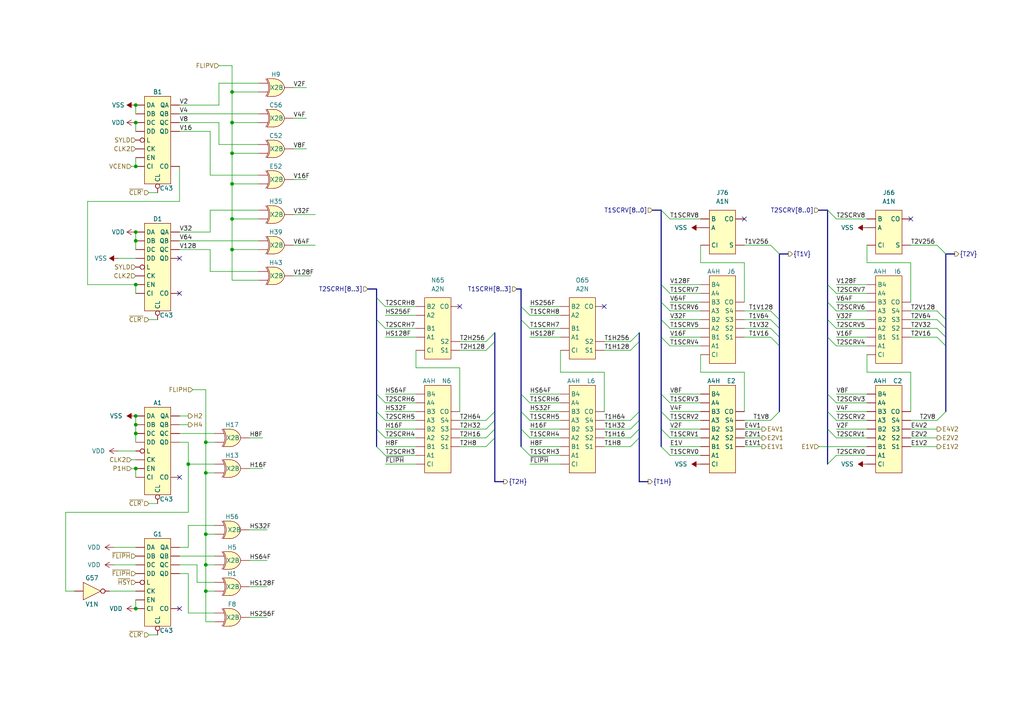
<source format=kicad_sch>
(kicad_sch (version 20231120) (generator "eeschema") (generator_version "8.0")
  (paper "A4")
  (title_block (title "Konami 007779") (date "2023-09-17"))
  (lib_symbols
    (symbol "A4H_1"
      (property "Reference" "U" (at 2.54 15.24 0))
      (property "Value" "A4H" (at -2.54 15.24 0))
      (symbol "A4H_1_1_1"
        (rectangle (start -3.81 13.97) (end 3.81 -11.43) (fill (type background)))
        (pin input line (at -6.35 -6.35 0) (length 2.54) (name "A1") (number ""))
        (pin input line (at -6.35 -1.27 0) (length 2.54) (name "A2") (number ""))
        (pin input line (at -6.35 3.81 0) (length 2.54) (name "A3") (number ""))
        (pin input line (at -6.35 8.89 0) (length 2.54) (name "A4") (number ""))
        (pin input line (at -6.35 -3.81 0) (length 2.54) (name "B1") (number ""))
        (pin input line (at -6.35 1.27 0) (length 2.54) (name "B2") (number ""))
        (pin input line (at -6.35 6.35 0) (length 2.54) (name "B3") (number ""))
        (pin input line (at -6.35 11.43 0) (length 2.54) (name "B4") (number ""))
        (pin input line (at -6.35 -8.89 0) (length 2.54) (name "CI") (number ""))
        (pin output line (at 6.35 6.35 180) (length 2.54) (name "CO") (number ""))
        (pin output line (at 6.35 -3.81 180) (length 2.54) (name "S1") (number ""))
        (pin output line (at 6.35 -1.27 180) (length 2.54) (name "S2") (number ""))
        (pin output line (at 6.35 1.27 180) (length 2.54) (name "S3") (number ""))
        (pin output line (at 6.35 3.81 180) (length 2.54) (name "S4") (number ""))
      )
    )
    (symbol "A4H_2"
      (property "Reference" "U" (at 2.54 15.24 0))
      (property "Value" "A4H" (at -2.54 15.24 0))
      (symbol "A4H_2_1_1"
        (rectangle (start -3.81 13.97) (end 3.81 -11.43) (fill (type background)))
        (pin input line (at -6.35 -6.35 0) (length 2.54) (name "A1") (number ""))
        (pin input line (at -6.35 -1.27 0) (length 2.54) (name "A2") (number ""))
        (pin input line (at -6.35 3.81 0) (length 2.54) (name "A3") (number ""))
        (pin input line (at -6.35 8.89 0) (length 2.54) (name "A4") (number ""))
        (pin input line (at -6.35 -3.81 0) (length 2.54) (name "B1") (number ""))
        (pin input line (at -6.35 1.27 0) (length 2.54) (name "B2") (number ""))
        (pin input line (at -6.35 6.35 0) (length 2.54) (name "B3") (number ""))
        (pin input line (at -6.35 11.43 0) (length 2.54) (name "B4") (number ""))
        (pin input line (at -6.35 -8.89 0) (length 2.54) (name "CI") (number ""))
        (pin output line (at 6.35 6.35 180) (length 2.54) (name "CO") (number ""))
        (pin output line (at 6.35 -3.81 180) (length 2.54) (name "S1") (number ""))
        (pin output line (at 6.35 -1.27 180) (length 2.54) (name "S2") (number ""))
        (pin output line (at 6.35 1.27 180) (length 2.54) (name "S3") (number ""))
        (pin output line (at 6.35 3.81 180) (length 2.54) (name "S4") (number ""))
      )
    )
    (symbol "ga_fujitsu_av:A1N"
      (property "Reference" "U" (at 2.54 7.62 0))
      (property "Value" "A1N" (at -2.54 7.62 0))
      (symbol "A1N_1_1"
        (rectangle (start -3.81 6.35) (end 3.81 -6.35) (fill (type background)))
        (pin input line (at -6.35 1.27 0) (length 2.54) (name "A") (number ""))
        (pin input line (at -6.35 3.81 0) (length 2.54) (name "B") (number ""))
        (pin input line (at -6.35 -3.81 0) (length 2.54) (name "CI") (number ""))
        (pin output line (at 6.35 3.81 180) (length 2.54) (name "CO") (number ""))
        (pin output line (at 6.35 -3.81 180) (length 2.54) (name "S") (number ""))
      )
    )
    (symbol "ga_fujitsu_av:A2N"
      (property "Reference" "U" (at 2.54 10.16 0))
      (property "Value" "A2N" (at -2.54 10.16 0))
      (symbol "A2N_1_1"
        (rectangle (start -3.81 8.89) (end 3.81 -8.89) (fill (type background)))
        (pin input line (at -6.35 -2.54 0) (length 2.54) (name "A1") (number ""))
        (pin input line (at -6.35 3.81 0) (length 2.54) (name "A2") (number ""))
        (pin input line (at -6.35 0 0) (length 2.54) (name "B1") (number ""))
        (pin input line (at -6.35 6.35 0) (length 2.54) (name "B2") (number ""))
        (pin input line (at -6.35 -6.35 0) (length 2.54) (name "CI") (number ""))
        (pin output line (at 6.35 6.35 180) (length 2.54) (name "CO") (number ""))
        (pin output line (at 6.35 -6.35 180) (length 2.54) (name "S1") (number ""))
        (pin output line (at 6.35 -3.81 180) (length 2.54) (name "S2") (number ""))
      )
    )
    (symbol "ga_fujitsu_av:C43"
      (property "Reference" "U" (at 0 13.97 0))
      (property "Value" "C43" (at 2.54 -13.97 0))
      (symbol "C43_1_1"
        (rectangle (start -3.81 12.7) (end 3.81 -12.7) (fill (type background)))
        (pin input line (at -6.35 10.16 0) (length 2.54) (name "DA") (number "1"))
        (pin output line (at 6.35 10.16 180) (length 2.54) (name "QA") (number "10"))
        (pin output line (at 6.35 7.62 180) (length 2.54) (name "QB") (number "11"))
        (pin output line (at 6.35 5.08 180) (length 2.54) (name "QC") (number "12"))
        (pin output line (at 6.35 2.54 180) (length 2.54) (name "QD") (number "13"))
        (pin output line (at 6.35 -7.62 180) (length 2.54) (name "CO") (number "14"))
        (pin input line (at -6.35 7.62 0) (length 2.54) (name "DB") (number "2"))
        (pin input line (at -6.35 5.08 0) (length 2.54) (name "DC") (number "3"))
        (pin input line (at -6.35 2.54 0) (length 2.54) (name "DD") (number "4"))
        (pin input inverted (at -6.35 0 0) (length 2.54) (name "L") (number "5"))
        (pin input line (at -6.35 -2.54 0) (length 2.54) (name "CK") (number "6"))
        (pin input line (at -6.35 -5.08 0) (length 2.54) (name "EN") (number "7"))
        (pin input line (at -6.35 -7.62 0) (length 2.54) (name "CI") (number "8"))
        (pin input inverted (at 0 -15.24 90) (length 2.54) (name "CL") (number "9"))
      )
    )
    (symbol "ga_fujitsu_av:V1N"
      (property "Reference" "U" (at 0 2.54 0))
      (property "Value" "V1N" (at 0 -3.81 0))
      (symbol "V1N_1_1"
        (polyline (pts (xy -2.54 2.54) (xy -2.54 -2.54) (xy 2.54 0) (xy -2.54 2.54)) (fill (type background)))
        (pin input line (at -5.08 0 0) (length 2.54) (name "") (number ""))
        (pin output inverted (at 5.08 0 180) (length 2.54) (name "") (number ""))
      )
    )
    (symbol "ga_fujitsu_av:X2B"
      (property "Reference" "U" (at 0 3.81 0))
      (property "Value" "X2B" (at 0.254 0 0))
      (symbol "X2B_1_1"
        (arc (start -2.9127 -2.5398) (mid -2.0762 0.0001) (end -2.9129 2.54))
        (arc (start -2.54 -2.54) (mid -1.7035 -0.0001) (end -2.5402 2.5398))
        (arc (start -0.635 -2.54) (mid 1.3992 -1.8283) (end 2.54 0) (fill (type background)))
        (polyline (pts (xy -0.635 -2.54) (xy -2.54 -2.54)) (fill (type outline)))
        (polyline (pts (xy -0.635 2.54) (xy -2.54 2.54)) (fill (type background)))
        (polyline (pts (xy -0.635 2.54) (xy -2.54 2.54) (xy -2.159 1.905) (xy -1.905 1.27) (xy -1.778 0.762) (xy -1.7272 0.4572) (xy -1.7018 0.1778) (xy -1.7018 -0.127) (xy -1.7526 -0.6604) (xy -1.8288 -1.016) (xy -1.9304 -1.3716) (xy -2.0574 -1.6764) (xy -2.2352 -2.0574) (xy -2.413 -2.3368) (xy -2.54 -2.54) (xy -0.635 -2.54)) (stroke (width -0.0001)) (fill (type background)))
        (arc (start 2.54 0) (mid 1.3994 1.8287) (end -0.635 2.54) (fill (type background)))
        (pin input line (at -5.08 -1.27 0) (length 2.794) (name "") (number ""))
        (pin input line (at -5.08 1.27 0) (length 2.794) (name "") (number ""))
        (pin output line (at 5.08 0 180) (length 2.54) (name "") (number ""))
      )
    )
    (symbol "power:VDD" (power) (pin_names (offset 0))
      (property "Value" "VDD" (at 0 3.81 0))
      (symbol "VDD_0_1"
        (polyline (pts (xy -0.762 1.27) (xy 0 2.54)))
        (polyline (pts (xy 0 0) (xy 0 2.54)))
        (polyline (pts (xy 0 2.54) (xy 0.762 1.27)))
      )
      (symbol "VDD_1_1"
        (pin power_in line (at 0 0 90) (length 0) hide (name "VDD") (number "1"))
      )
    )
    (symbol "power:VSS" (power) (pin_names (offset 0))
      (property "Value" "VSS" (at 0 3.81 0))
      (symbol "VSS_0_1"
        (polyline (pts (xy 0 0) (xy 0 2.54)))
        (polyline (pts (xy 0.762 1.27) (xy -0.762 1.27) (xy 0 2.54) (xy 0.762 1.27)) (fill (type outline)))
      )
      (symbol "VSS_1_1"
        (pin power_in line (at 0 0 90) (length 0) hide (name "VSS") (number "1"))
      )
    )
  )
  (bus_alias "T1H" (members "T1H8" "T1H16" "T1H32" "T1H64" "T1H128" "T1H256"))
  (bus_alias "T1V" (members "T1V8" "T1V16" "T1V32" "T1V64" "T1V128" "T1V256"))
  (bus_alias "T2H" (members "T2H8" "T2H16" "T2H32" "T2H64" "T2H128" "T2H256"))
  (bus_alias "T2V" (members "T2V8" "T2V16" "T2V32" "T2V64" "T2V128" "T2V256"))
  (junction (at 39.37 176.53))
  (junction (at 67.31 53.34))
  (junction (at 67.31 72.39))
  (junction (at 67.31 35.56))
  (junction (at 67.31 26.67))
  (junction (at 39.37 125.73))
  (junction (at 67.31 44.45))
  (junction (at 59.69 154.94))
  (junction (at 59.69 137.16))
  (junction (at 67.31 63.5))
  (junction (at 39.37 69.85))
  (junction (at 39.37 123.19))
  (junction (at 59.69 163.83))
  (junction (at 59.69 171.45))
  (junction (at 39.37 67.31))
  (junction (at 54.61 134.62))
  (junction (at 39.37 135.89))
  (junction (at 59.69 128.27))
  (junction (at 39.37 30.48))
  (junction (at 39.37 82.55))
  (junction (at 39.37 120.65))
  (junction (at 39.37 35.56))
  (junction (at 39.37 48.26))
  (no_connect (at 52.07 74.93))
  (no_connect (at 215.9 63.5))
  (no_connect (at 52.07 138.43))
  (no_connect (at 133.35 88.9))
  (no_connect (at 52.07 85.09))
  (no_connect (at 264.16 63.5))
  (no_connect (at 175.26 88.9))
  (no_connect (at 52.07 176.53))
  (bus_entry (at 191.77 119.38) (size 2.54 2.54))
  (bus_entry (at 109.22 114.3) (size 2.54 2.54))
  (bus_entry (at 223.52 71.12) (size 2.54 2.54))
  (bus_entry (at 182.88 121.92) (size 2.54 -2.54))
  (bus_entry (at 223.52 90.17) (size 2.54 2.54))
  (bus_entry (at 151.13 124.46) (size 2.54 2.54))
  (bus_entry (at 109.22 86.36) (size 2.54 2.54))
  (bus_entry (at 151.13 88.9) (size 2.54 2.54))
  (bus_entry (at 191.77 92.71) (size 2.54 2.54))
  (bus_entry (at 223.52 121.92) (size 2.54 -2.54))
  (bus_entry (at 271.78 95.25) (size 2.54 2.54))
  (bus_entry (at 191.77 87.63) (size 2.54 2.54))
  (bus_entry (at 271.78 71.12) (size 2.54 2.54))
  (bus_entry (at 109.22 119.38) (size 2.54 2.54))
  (bus_entry (at 240.03 114.3) (size 2.54 2.54))
  (bus_entry (at 182.88 124.46) (size 2.54 -2.54))
  (bus_entry (at 151.13 129.54) (size 2.54 2.54))
  (bus_entry (at 140.97 124.46) (size 2.54 -2.54))
  (bus_entry (at 223.52 95.25) (size 2.54 2.54))
  (bus_entry (at 240.03 119.38) (size 2.54 2.54))
  (bus_entry (at 271.78 90.17) (size 2.54 2.54))
  (bus_entry (at 182.88 127) (size 2.54 -2.54))
  (bus_entry (at 140.97 129.54) (size 2.54 -2.54))
  (bus_entry (at 223.52 92.71) (size 2.54 2.54))
  (bus_entry (at 240.03 60.96) (size 2.54 2.54))
  (bus_entry (at 240.03 82.55) (size 2.54 2.54))
  (bus_entry (at 240.03 124.46) (size 2.54 2.54))
  (bus_entry (at 271.78 92.71) (size 2.54 2.54))
  (bus_entry (at 109.22 92.71) (size 2.54 2.54))
  (bus_entry (at 140.97 127) (size 2.54 -2.54))
  (bus_entry (at 240.03 92.71) (size 2.54 2.54))
  (bus_entry (at 109.22 124.46) (size 2.54 2.54))
  (bus_entry (at 151.13 92.71) (size 2.54 2.54))
  (bus_entry (at 223.52 97.79) (size 2.54 2.54))
  (bus_entry (at 191.77 82.55) (size 2.54 2.54))
  (bus_entry (at 151.13 119.38) (size 2.54 2.54))
  (bus_entry (at 151.13 114.3) (size 2.54 2.54))
  (bus_entry (at 191.77 97.79) (size 2.54 2.54))
  (bus_entry (at 182.88 129.54) (size 2.54 -2.54))
  (bus_entry (at 109.22 129.54) (size 2.54 2.54))
  (bus_entry (at 140.97 121.92) (size 2.54 -2.54))
  (bus_entry (at 240.03 134.62) (size 2.54 -2.54))
  (bus_entry (at 182.88 99.06) (size 2.54 -2.54))
  (bus_entry (at 191.77 129.54) (size 2.54 2.54))
  (bus_entry (at 140.97 101.6) (size 2.54 -2.54))
  (bus_entry (at 182.88 101.6) (size 2.54 -2.54))
  (bus_entry (at 191.77 124.46) (size 2.54 2.54))
  (bus_entry (at 191.77 60.96) (size 2.54 2.54))
  (bus_entry (at 240.03 97.79) (size 2.54 2.54))
  (bus_entry (at 140.97 99.06) (size 2.54 -2.54))
  (bus_entry (at 271.78 97.79) (size 2.54 2.54))
  (bus_entry (at 240.03 87.63) (size 2.54 2.54))
  (bus_entry (at 271.78 121.92) (size 2.54 -2.54))
  (bus_entry (at 191.77 114.3) (size 2.54 2.54))
  (wire (pts (xy 43.18 146.05) (xy 45.72 146.05)))
  (wire (pts (xy 237.49 129.54) (xy 251.46 129.54)))
  (wire (pts (xy 54.61 148.59) (xy 19.05 148.59)))
  (wire (pts (xy 54.61 134.62) (xy 62.23 134.62)))
  (wire (pts (xy 194.31 97.79) (xy 203.2 97.79)))
  (bus (pts (xy 240.03 92.71) (xy 240.03 87.63)))
  (wire (pts (xy 67.31 44.45) (xy 74.93 44.45)))
  (wire (pts (xy 215.9 127) (xy 220.98 127)))
  (bus (pts (xy 185.42 121.92) (xy 185.42 119.38)))
  (wire (pts (xy 175.26 101.6) (xy 182.88 101.6)))
  (wire (pts (xy 59.69 137.16) (xy 59.69 154.94)))
  (wire (pts (xy 153.67 127) (xy 162.56 127)))
  (wire (pts (xy 194.31 90.17) (xy 203.2 90.17)))
  (wire (pts (xy 67.31 53.34) (xy 67.31 63.5)))
  (wire (pts (xy 264.16 87.63) (xy 264.16 76.2)))
  (wire (pts (xy 59.69 171.45) (xy 59.69 163.83)))
  (wire (pts (xy 215.9 119.38) (xy 215.9 107.95)))
  (wire (pts (xy 60.96 50.8) (xy 60.96 38.1)))
  (wire (pts (xy 153.67 134.62) (xy 162.56 134.62)))
  (wire (pts (xy 194.31 124.46) (xy 203.2 124.46)))
  (wire (pts (xy 67.31 26.67) (xy 67.31 19.05)))
  (wire (pts (xy 52.07 67.31) (xy 60.96 67.31)))
  (wire (pts (xy 133.35 101.6) (xy 140.97 101.6)))
  (wire (pts (xy 62.23 180.34) (xy 59.69 180.34)))
  (wire (pts (xy 215.9 87.63) (xy 215.9 76.2)))
  (wire (pts (xy 194.31 100.33) (xy 203.2 100.33)))
  (wire (pts (xy 60.96 60.96) (xy 74.93 60.96)))
  (bus (pts (xy 151.13 88.9) (xy 151.13 83.82)))
  (wire (pts (xy 242.57 121.92) (xy 251.46 121.92)))
  (wire (pts (xy 52.07 125.73) (xy 62.23 125.73)))
  (wire (pts (xy 59.69 137.16) (xy 62.23 137.16)))
  (bus (pts (xy 191.77 119.38) (xy 191.77 114.3)))
  (wire (pts (xy 60.96 60.96) (xy 60.96 67.31)))
  (wire (pts (xy 175.26 121.92) (xy 182.88 121.92)))
  (wire (pts (xy 242.57 127) (xy 251.46 127)))
  (wire (pts (xy 52.07 38.1) (xy 60.96 38.1)))
  (wire (pts (xy 153.67 124.46) (xy 162.56 124.46)))
  (wire (pts (xy 33.02 158.75) (xy 39.37 158.75)))
  (wire (pts (xy 52.07 128.27) (xy 54.61 128.27)))
  (wire (pts (xy 111.76 132.08) (xy 120.65 132.08)))
  (wire (pts (xy 85.09 25.4) (xy 88.9 25.4)))
  (wire (pts (xy 175.26 129.54) (xy 182.88 129.54)))
  (bus (pts (xy 109.22 83.82) (xy 109.22 86.36)))
  (wire (pts (xy 34.29 130.81) (xy 39.37 130.81)))
  (wire (pts (xy 67.31 53.34) (xy 74.93 53.34)))
  (wire (pts (xy 153.67 121.92) (xy 162.56 121.92)))
  (bus (pts (xy 185.42 119.38) (xy 185.42 99.06)))
  (wire (pts (xy 52.07 30.48) (xy 63.5 30.48)))
  (wire (pts (xy 242.57 116.84) (xy 251.46 116.84)))
  (wire (pts (xy 194.31 121.92) (xy 203.2 121.92)))
  (wire (pts (xy 194.31 92.71) (xy 203.2 92.71)))
  (wire (pts (xy 52.07 58.42) (xy 25.4 58.42)))
  (wire (pts (xy 111.76 129.54) (xy 120.65 129.54)))
  (wire (pts (xy 264.16 121.92) (xy 271.78 121.92)))
  (wire (pts (xy 59.69 128.27) (xy 59.69 113.03)))
  (wire (pts (xy 38.1 133.35) (xy 39.37 133.35)))
  (wire (pts (xy 264.16 119.38) (xy 264.16 107.95)))
  (wire (pts (xy 59.69 163.83) (xy 62.23 163.83)))
  (bus (pts (xy 226.06 92.71) (xy 226.06 73.66)))
  (bus (pts (xy 149.86 83.82) (xy 151.13 83.82)))
  (bus (pts (xy 226.06 73.66) (xy 228.6 73.66)))
  (wire (pts (xy 52.07 123.19) (xy 54.61 123.19)))
  (wire (pts (xy 54.61 134.62) (xy 54.61 148.59)))
  (wire (pts (xy 85.09 52.07) (xy 88.9 52.07)))
  (wire (pts (xy 57.15 168.91) (xy 62.23 168.91)))
  (wire (pts (xy 111.76 116.84) (xy 120.65 116.84)))
  (wire (pts (xy 57.15 163.83) (xy 57.15 168.91)))
  (bus (pts (xy 185.42 124.46) (xy 185.42 121.92)))
  (wire (pts (xy 85.09 62.23) (xy 91.44 62.23)))
  (wire (pts (xy 85.09 71.12) (xy 91.44 71.12)))
  (bus (pts (xy 191.77 82.55) (xy 191.77 60.96)))
  (wire (pts (xy 264.16 92.71) (xy 271.78 92.71)))
  (wire (pts (xy 39.37 173.99) (xy 39.37 176.53)))
  (wire (pts (xy 162.56 107.95) (xy 162.56 101.6)))
  (wire (pts (xy 52.07 163.83) (xy 57.15 163.83)))
  (wire (pts (xy 25.4 58.42) (xy 25.4 82.55)))
  (wire (pts (xy 111.76 88.9) (xy 120.65 88.9)))
  (wire (pts (xy 39.37 30.48) (xy 39.37 33.02)))
  (wire (pts (xy 194.31 87.63) (xy 203.2 87.63)))
  (wire (pts (xy 175.26 107.95) (xy 162.56 107.95)))
  (wire (pts (xy 203.2 107.95) (xy 203.2 102.87)))
  (wire (pts (xy 251.46 107.95) (xy 251.46 102.87)))
  (bus (pts (xy 274.32 119.38) (xy 274.32 100.33)))
  (bus (pts (xy 185.42 127) (xy 185.42 124.46)))
  (wire (pts (xy 194.31 129.54) (xy 203.2 129.54)))
  (bus (pts (xy 106.68 83.82) (xy 109.22 83.82)))
  (wire (pts (xy 63.5 19.05) (xy 67.31 19.05)))
  (wire (pts (xy 242.57 92.71) (xy 251.46 92.71)))
  (wire (pts (xy 63.5 24.13) (xy 74.93 24.13)))
  (wire (pts (xy 43.18 55.88) (xy 45.72 55.88)))
  (bus (pts (xy 191.77 114.3) (xy 191.77 97.79)))
  (bus (pts (xy 143.51 127) (xy 143.51 124.46)))
  (wire (pts (xy 72.39 179.07) (xy 77.47 179.07)))
  (wire (pts (xy 59.69 113.03) (xy 55.88 113.03)))
  (wire (pts (xy 242.57 114.3) (xy 251.46 114.3)))
  (wire (pts (xy 242.57 87.63) (xy 251.46 87.63)))
  (wire (pts (xy 153.67 114.3) (xy 162.56 114.3)))
  (wire (pts (xy 111.76 134.62) (xy 120.65 134.62)))
  (bus (pts (xy 274.32 92.71) (xy 274.32 73.66)))
  (wire (pts (xy 67.31 44.45) (xy 67.31 53.34)))
  (wire (pts (xy 59.69 180.34) (xy 59.69 171.45)))
  (wire (pts (xy 264.16 90.17) (xy 271.78 90.17)))
  (wire (pts (xy 39.37 67.31) (xy 39.37 69.85)))
  (wire (pts (xy 111.76 124.46) (xy 120.65 124.46)))
  (wire (pts (xy 153.67 95.25) (xy 162.56 95.25)))
  (bus (pts (xy 143.51 139.7) (xy 146.05 139.7)))
  (bus (pts (xy 143.51 99.06) (xy 143.51 96.52)))
  (wire (pts (xy 60.96 72.39) (xy 60.96 78.74)))
  (wire (pts (xy 153.67 97.79) (xy 162.56 97.79)))
  (wire (pts (xy 52.07 161.29) (xy 62.23 161.29)))
  (wire (pts (xy 31.75 171.45) (xy 39.37 171.45)))
  (bus (pts (xy 151.13 129.54) (xy 151.13 124.46)))
  (wire (pts (xy 67.31 72.39) (xy 67.31 81.28)))
  (wire (pts (xy 133.35 124.46) (xy 140.97 124.46)))
  (wire (pts (xy 215.9 97.79) (xy 223.52 97.79)))
  (wire (pts (xy 63.5 41.91) (xy 74.93 41.91)))
  (wire (pts (xy 120.65 106.68) (xy 120.65 101.6)))
  (wire (pts (xy 215.9 124.46) (xy 220.98 124.46)))
  (wire (pts (xy 33.02 163.83) (xy 39.37 163.83)))
  (wire (pts (xy 215.9 95.25) (xy 223.52 95.25)))
  (wire (pts (xy 62.23 154.94) (xy 59.69 154.94)))
  (wire (pts (xy 153.67 119.38) (xy 162.56 119.38)))
  (bus (pts (xy 226.06 100.33) (xy 226.06 97.79)))
  (bus (pts (xy 274.32 100.33) (xy 274.32 97.79)))
  (wire (pts (xy 111.76 91.44) (xy 120.65 91.44)))
  (bus (pts (xy 191.77 87.63) (xy 191.77 82.55)))
  (wire (pts (xy 194.31 132.08) (xy 203.2 132.08)))
  (wire (pts (xy 111.76 97.79) (xy 120.65 97.79)))
  (wire (pts (xy 203.2 76.2) (xy 203.2 71.12)))
  (wire (pts (xy 242.57 132.08) (xy 251.46 132.08)))
  (wire (pts (xy 111.76 114.3) (xy 120.65 114.3)))
  (bus (pts (xy 109.22 124.46) (xy 109.22 119.38)))
  (wire (pts (xy 63.5 41.91) (xy 63.5 35.56)))
  (wire (pts (xy 194.31 63.5) (xy 203.2 63.5)))
  (bus (pts (xy 185.42 127) (xy 185.42 139.7)))
  (wire (pts (xy 175.26 119.38) (xy 175.26 107.95)))
  (wire (pts (xy 67.31 35.56) (xy 67.31 26.67)))
  (wire (pts (xy 194.31 85.09) (xy 203.2 85.09)))
  (bus (pts (xy 185.42 99.06) (xy 185.42 96.52)))
  (wire (pts (xy 242.57 124.46) (xy 251.46 124.46)))
  (bus (pts (xy 191.77 92.71) (xy 191.77 87.63)))
  (wire (pts (xy 39.37 135.89) (xy 39.37 138.43)))
  (wire (pts (xy 62.23 177.8) (xy 54.61 177.8)))
  (bus (pts (xy 240.03 87.63) (xy 240.03 82.55)))
  (bus (pts (xy 143.51 121.92) (xy 143.51 119.38)))
  (wire (pts (xy 194.31 116.84) (xy 203.2 116.84)))
  (wire (pts (xy 242.57 100.33) (xy 251.46 100.33)))
  (bus (pts (xy 274.32 73.66) (xy 276.86 73.66)))
  (wire (pts (xy 67.31 44.45) (xy 67.31 35.56)))
  (wire (pts (xy 264.16 124.46) (xy 271.78 124.46)))
  (wire (pts (xy 72.39 162.56) (xy 77.47 162.56)))
  (wire (pts (xy 59.69 171.45) (xy 62.23 171.45)))
  (wire (pts (xy 43.18 184.15) (xy 45.72 184.15)))
  (wire (pts (xy 39.37 125.73) (xy 39.37 128.27)))
  (wire (pts (xy 59.69 128.27) (xy 59.69 137.16)))
  (bus (pts (xy 109.22 86.36) (xy 109.22 92.71)))
  (wire (pts (xy 39.37 69.85) (xy 39.37 72.39)))
  (wire (pts (xy 215.9 107.95) (xy 203.2 107.95)))
  (wire (pts (xy 52.07 48.26) (xy 52.07 58.42)))
  (bus (pts (xy 240.03 119.38) (xy 240.03 114.3)))
  (wire (pts (xy 133.35 99.06) (xy 140.97 99.06)))
  (wire (pts (xy 133.35 129.54) (xy 140.97 129.54)))
  (bus (pts (xy 189.23 60.96) (xy 191.77 60.96)))
  (wire (pts (xy 52.07 69.85) (xy 74.93 69.85)))
  (bus (pts (xy 143.51 124.46) (xy 143.51 121.92)))
  (wire (pts (xy 67.31 26.67) (xy 74.93 26.67)))
  (wire (pts (xy 38.1 48.26) (xy 39.37 48.26)))
  (wire (pts (xy 111.76 119.38) (xy 120.65 119.38)))
  (wire (pts (xy 25.4 82.55) (xy 39.37 82.55)))
  (wire (pts (xy 67.31 72.39) (xy 74.93 72.39)))
  (wire (pts (xy 133.35 127) (xy 140.97 127)))
  (wire (pts (xy 264.16 129.54) (xy 271.78 129.54)))
  (wire (pts (xy 111.76 95.25) (xy 120.65 95.25)))
  (wire (pts (xy 251.46 76.2) (xy 251.46 71.12)))
  (wire (pts (xy 52.07 72.39) (xy 60.96 72.39)))
  (wire (pts (xy 111.76 121.92) (xy 120.65 121.92)))
  (wire (pts (xy 54.61 152.4) (xy 62.23 152.4)))
  (wire (pts (xy 59.69 154.94) (xy 59.69 163.83)))
  (wire (pts (xy 215.9 90.17) (xy 223.52 90.17)))
  (wire (pts (xy 215.9 121.92) (xy 223.52 121.92)))
  (bus (pts (xy 143.51 127) (xy 143.51 139.7)))
  (bus (pts (xy 185.42 139.7) (xy 187.96 139.7)))
  (wire (pts (xy 194.31 82.55) (xy 203.2 82.55)))
  (wire (pts (xy 242.57 82.55) (xy 251.46 82.55)))
  (wire (pts (xy 52.07 35.56) (xy 63.5 35.56)))
  (wire (pts (xy 175.26 127) (xy 182.88 127)))
  (wire (pts (xy 85.09 34.29) (xy 88.9 34.29)))
  (wire (pts (xy 153.67 116.84) (xy 162.56 116.84)))
  (wire (pts (xy 39.37 82.55) (xy 39.37 85.09)))
  (wire (pts (xy 133.35 106.68) (xy 120.65 106.68)))
  (bus (pts (xy 151.13 92.71) (xy 151.13 114.3)))
  (wire (pts (xy 175.26 124.46) (xy 182.88 124.46)))
  (wire (pts (xy 39.37 120.65) (xy 39.37 123.19)))
  (wire (pts (xy 153.67 129.54) (xy 162.56 129.54)))
  (wire (pts (xy 133.35 121.92) (xy 140.97 121.92)))
  (bus (pts (xy 151.13 92.71) (xy 151.13 88.9)))
  (bus (pts (xy 143.51 119.38) (xy 143.51 99.06)))
  (wire (pts (xy 67.31 81.28) (xy 74.93 81.28)))
  (bus (pts (xy 226.06 119.38) (xy 226.06 100.33)))
  (wire (pts (xy 215.9 92.71) (xy 223.52 92.71)))
  (wire (pts (xy 54.61 166.37) (xy 52.07 166.37)))
  (wire (pts (xy 111.76 127) (xy 120.65 127)))
  (wire (pts (xy 54.61 158.75) (xy 52.07 158.75)))
  (bus (pts (xy 226.06 95.25) (xy 226.06 92.71)))
  (wire (pts (xy 215.9 76.2) (xy 203.2 76.2)))
  (wire (pts (xy 242.57 63.5) (xy 251.46 63.5)))
  (wire (pts (xy 264.16 71.12) (xy 271.78 71.12)))
  (wire (pts (xy 194.31 127) (xy 203.2 127)))
  (bus (pts (xy 237.49 60.96) (xy 240.03 60.96)))
  (wire (pts (xy 19.05 148.59) (xy 19.05 171.45)))
  (wire (pts (xy 39.37 123.19) (xy 39.37 125.73)))
  (bus (pts (xy 191.77 124.46) (xy 191.77 119.38)))
  (wire (pts (xy 34.29 74.93) (xy 39.37 74.93)))
  (bus (pts (xy 151.13 119.38) (xy 151.13 114.3)))
  (wire (pts (xy 85.09 43.18) (xy 88.9 43.18)))
  (wire (pts (xy 264.16 127) (xy 271.78 127)))
  (wire (pts (xy 194.31 114.3) (xy 203.2 114.3)))
  (bus (pts (xy 240.03 82.55) (xy 240.03 60.96)))
  (wire (pts (xy 54.61 177.8) (xy 54.61 166.37)))
  (wire (pts (xy 60.96 50.8) (xy 74.93 50.8)))
  (wire (pts (xy 67.31 63.5) (xy 67.31 72.39)))
  (wire (pts (xy 242.57 97.79) (xy 251.46 97.79)))
  (wire (pts (xy 264.16 95.25) (xy 271.78 95.25)))
  (bus (pts (xy 109.22 119.38) (xy 109.22 114.3)))
  (wire (pts (xy 72.39 153.67) (xy 77.47 153.67)))
  (wire (pts (xy 85.09 80.01) (xy 90.17 80.01)))
  (wire (pts (xy 153.67 88.9) (xy 162.56 88.9)))
  (wire (pts (xy 52.07 120.65) (xy 54.61 120.65)))
  (wire (pts (xy 72.39 135.89) (xy 76.2 135.89)))
  (wire (pts (xy 54.61 128.27) (xy 54.61 134.62)))
  (wire (pts (xy 264.16 76.2) (xy 251.46 76.2)))
  (wire (pts (xy 242.57 95.25) (xy 251.46 95.25)))
  (wire (pts (xy 175.26 99.06) (xy 182.88 99.06)))
  (wire (pts (xy 194.31 95.25) (xy 203.2 95.25)))
  (bus (pts (xy 226.06 97.79) (xy 226.06 95.25)))
  (bus (pts (xy 240.03 124.46) (xy 240.03 134.62)))
  (wire (pts (xy 194.31 119.38) (xy 203.2 119.38)))
  (wire (pts (xy 72.39 170.18) (xy 77.47 170.18)))
  (wire (pts (xy 67.31 35.56) (xy 74.93 35.56)))
  (wire (pts (xy 39.37 35.56) (xy 39.37 38.1)))
  (wire (pts (xy 215.9 129.54) (xy 220.98 129.54)))
  (wire (pts (xy 264.16 107.95) (xy 251.46 107.95)))
  (wire (pts (xy 242.57 90.17) (xy 251.46 90.17)))
  (bus (pts (xy 109.22 129.54) (xy 109.22 124.46)))
  (wire (pts (xy 133.35 119.38) (xy 133.35 106.68)))
  (wire (pts (xy 54.61 152.4) (xy 54.61 158.75)))
  (bus (pts (xy 240.03 124.46) (xy 240.03 119.38)))
  (wire (pts (xy 63.5 30.48) (xy 63.5 24.13)))
  (wire (pts (xy 215.9 71.12) (xy 223.52 71.12)))
  (bus (pts (xy 274.32 97.79) (xy 274.32 95.25)))
  (wire (pts (xy 72.39 127) (xy 76.2 127)))
  (wire (pts (xy 60.96 78.74) (xy 74.93 78.74)))
  (wire (pts (xy 153.67 91.44) (xy 162.56 91.44)))
  (wire (pts (xy 242.57 119.38) (xy 251.46 119.38)))
  (bus (pts (xy 191.77 129.54) (xy 191.77 124.46)))
  (wire (pts (xy 264.16 97.79) (xy 271.78 97.79)))
  (bus (pts (xy 240.03 97.79) (xy 240.03 92.71)))
  (bus (pts (xy 240.03 114.3) (xy 240.03 97.79)))
  (wire (pts (xy 62.23 128.27) (xy 59.69 128.27)))
  (wire (pts (xy 38.1 135.89) (xy 39.37 135.89)))
  (wire (pts (xy 52.07 33.02) (xy 74.93 33.02)))
  (wire (pts (xy 19.05 171.45) (xy 21.59 171.45)))
  (bus (pts (xy 274.32 95.25) (xy 274.32 92.71)))
  (wire (pts (xy 43.18 92.71) (xy 45.72 92.71)))
  (wire (pts (xy 67.31 63.5) (xy 74.93 63.5)))
  (bus (pts (xy 109.22 92.71) (xy 109.22 114.3)))
  (bus (pts (xy 151.13 124.46) (xy 151.13 119.38)))
  (wire (pts (xy 242.57 85.09) (xy 251.46 85.09)))
  (wire (pts (xy 39.37 45.72) (xy 39.37 48.26)))
  (bus (pts (xy 191.77 97.79) (xy 191.77 92.71)))
  (wire (pts (xy 153.67 132.08) (xy 162.56 132.08)))
  (label "T2SCRV6" (at 242.57 90.17 0))
  (label "E1V" (at 194.31 129.54 0))
  (label "V16F" (at 194.31 97.79 0))
  (label "HS64F" (at 111.76 114.3 0))
  (label "T2V128" (at 264.16 90.17 0))
  (label "V8F" (at 85.09 43.18 0))
  (label "E2V2" (at 264.16 127 0))
  (label "V16F" (at 242.57 97.79 0))
  (label "T2H256" (at 133.35 99.06 0))
  (label "T1SCRH8" (at 153.67 91.44 0))
  (label "T1V128" (at 217.17 90.17 0))
  (label "V128F" (at 85.09 80.01 0))
  (label "T2SCRV3" (at 242.57 116.84 0))
  (label "V128F" (at 194.31 82.55 0))
  (label "T2SCRH6" (at 111.76 116.84 0))
  (label "V2F" (at 194.31 124.46 0))
  (label "T2H64" (at 133.35 121.92 0))
  (label "T2SCRV1" (at 242.57 127 0))
  (label "T1SCRV2" (at 194.31 121.92 0))
  (label "T1V256" (at 215.9 71.12 0))
  (label "HS32F" (at 111.76 119.38 0))
  (label "V64" (at 52.07 69.85 0))
  (label "HS256F" (at 72.39 179.07 0))
  (label "T2SCRH8" (at 111.76 88.9 0))
  (label "V32F" (at 242.57 92.71 0))
  (label "E1V2" (at 264.16 129.54 0))
  (label "HS256F" (at 111.76 91.44 0))
  (label "V2" (at 52.07 30.48 0))
  (label "V128F" (at 242.57 82.55 0))
  (label "T1SCRV7" (at 194.31 85.09 0))
  (label "V16F" (at 85.09 52.07 0))
  (label "T2SCRH5" (at 111.76 121.92 0))
  (label "T1H128" (at 175.26 101.6 0))
  (label "V32" (at 52.07 67.31 0))
  (label "V16" (at 52.07 38.1 0))
  (label "T2V8" (at 266.7 121.92 0))
  (label "T2SCRV5" (at 242.57 95.25 0))
  (label "E4V1" (at 215.9 124.46 0))
  (label "HS32F" (at 72.39 153.67 0))
  (label "T2SCRV0" (at 242.57 132.08 0))
  (label "T1SCRV3" (at 194.31 116.84 0))
  (label "V8F" (at 242.57 114.3 0))
  (label "HS128F" (at 153.67 97.79 0))
  (label "T1SCRV0" (at 194.31 132.08 0))
  (label "T1V8" (at 218.44 121.92 0))
  (label "HS64F" (at 153.67 114.3 0))
  (label "HS128F" (at 72.39 170.18 0))
  (label "T1SCRV5" (at 194.31 95.25 0))
  (label "T2SCRH7" (at 111.76 95.25 0))
  (label "T1SCRV8" (at 194.31 63.5 0))
  (label "V8F" (at 194.31 114.3 0))
  (label "T1H32" (at 175.26 124.46 0))
  (label "T2V64" (at 264.16 92.71 0))
  (label "~{FLIPH}" (at 111.76 134.62 0))
  (label "H16F" (at 72.39 135.89 0))
  (label "E4V2" (at 264.16 124.46 0))
  (label "HS256F" (at 153.67 88.9 0))
  (label "HS128F" (at 111.76 97.79 0))
  (label "V4F" (at 242.57 119.38 0))
  (label "V64F" (at 194.31 87.63 0))
  (label "H16F" (at 111.76 124.46 0))
  (label "~{FLIPH}" (at 153.67 134.62 0))
  (label "T2V32" (at 264.16 95.25 0))
  (label "T1H256" (at 175.26 99.06 0))
  (label "T2SCRV7" (at 242.57 85.09 0))
  (label "T1SCRH5" (at 153.67 121.92 0))
  (label "T2SCRV8" (at 242.57 63.5 0))
  (label "T1SCRH6" (at 153.67 116.84 0))
  (label "T1H8" (at 175.26 129.54 0))
  (label "H8F" (at 72.39 127 0))
  (label "T2V256" (at 264.16 71.12 0))
  (label "T2H16" (at 133.35 127 0))
  (label "HS32F" (at 153.67 119.38 0))
  (label "V2F" (at 85.09 25.4 0))
  (label "V32F" (at 85.09 62.23 0))
  (label "V64F" (at 242.57 87.63 0))
  (label "V2F" (at 242.57 124.46 0))
  (label "V4F" (at 194.31 119.38 0))
  (label "T2V16" (at 264.16 97.79 0))
  (label "T2SCRV2" (at 242.57 121.92 0))
  (label "T2H32" (at 133.35 124.46 0))
  (label "T2SCRH4" (at 111.76 127 0))
  (label "V4" (at 52.07 33.02 0))
  (label "T1SCRH4" (at 153.67 127 0))
  (label "T2SCRH3" (at 111.76 132.08 0))
  (label "T1H16" (at 175.26 127 0))
  (label "H8F" (at 153.67 129.54 0))
  (label "E2V1" (at 215.9 127 0))
  (label "T1SCRH3" (at 153.67 132.08 0))
  (label "T1V16" (at 217.17 97.79 0))
  (label "H8F" (at 111.76 129.54 0))
  (label "T1V32" (at 217.17 95.25 0))
  (label "T1SCRV6" (at 194.31 90.17 0))
  (label "V128" (at 52.07 72.39 0))
  (label "V8" (at 52.07 35.56 0))
  (label "HS64F" (at 72.39 162.56 0))
  (label "T1SCRV1" (at 194.31 127 0))
  (label "T2H128" (at 133.35 101.6 0))
  (label "T1SCRH7" (at 153.67 95.25 0))
  (label "V32F" (at 194.31 92.71 0))
  (label "E1V1" (at 215.9 129.54 0))
  (label "T1V64" (at 217.17 92.71 0))
  (label "V4F" (at 85.09 34.29 0))
  (label "T2SCRV4" (at 242.57 100.33 0))
  (label "T1SCRV4" (at 194.31 100.33 0))
  (label "V64F" (at 85.09 71.12 0))
  (label "T1H64" (at 175.26 121.92 0))
  (label "H16F" (at 153.67 124.46 0))
  (label "T2H8" (at 133.35 129.54 0))
  (hierarchical_label "E2V2" (shape output) (at 271.78 127 0))
  (hierarchical_label "{T2V}" (shape output) (at 276.86 73.66 0))
  (hierarchical_label "E1V1" (shape output) (at 220.98 129.54 0))
  (hierarchical_label "T1SCRV[8..0]" (shape input) (at 189.23 60.96 180))
  (hierarchical_label "SYLD" (shape input) (at 39.37 40.64 180))
  (hierarchical_label "H4" (shape output) (at 54.61 123.19 0))
  (hierarchical_label "FLIPV" (shape input) (at 63.5 19.05 180))
  (hierarchical_label "T2SCRV[8..0]" (shape input) (at 237.49 60.96 180))
  (hierarchical_label "CLK2" (shape input) (at 39.37 80.01 180))
  (hierarchical_label "{T2H}" (shape output) (at 146.05 139.7 0))
  (hierarchical_label "E2V1" (shape output) (at 220.98 127 0))
  (hierarchical_label "T2SCRH[8..3]" (shape input) (at 106.68 83.82 180))
  (hierarchical_label "~{CLR'}" (shape input) (at 43.18 146.05 180))
  (hierarchical_label "T1SCRH[8..3]" (shape input) (at 149.86 83.82 180))
  (hierarchical_label "~{CLR'}" (shape input) (at 43.18 55.88 180))
  (hierarchical_label "~{CLR'}" (shape input) (at 43.18 184.15 180))
  (hierarchical_label "~{FLIPH}" (shape input) (at 39.37 166.37 180))
  (hierarchical_label "SYLD" (shape input) (at 39.37 77.47 180))
  (hierarchical_label "CLK2" (shape input) (at 39.37 43.18 180))
  (hierarchical_label "P1H" (shape input) (at 38.1 135.89 180))
  (hierarchical_label "FLIPH" (shape input) (at 55.88 113.03 180))
  (hierarchical_label "{T1V}" (shape output) (at 228.6 73.66 0))
  (hierarchical_label "~{CLR'}" (shape input) (at 43.18 92.71 180))
  (hierarchical_label "E4V1" (shape output) (at 220.98 124.46 0))
  (hierarchical_label "E1V2" (shape output) (at 271.78 129.54 0))
  (hierarchical_label "~{FLIPH}" (shape input) (at 39.37 161.29 180))
  (hierarchical_label "CLK2" (shape input) (at 38.1 133.35 180))
  (hierarchical_label "E1V" (shape input) (at 237.49 129.54 180))
  (hierarchical_label "H2" (shape output) (at 54.61 120.65 0))
  (hierarchical_label "VCEN" (shape input) (at 38.1 48.26 180))
  (hierarchical_label "{T1H}" (shape output) (at 187.96 139.7 0))
  (hierarchical_label "E4V2" (shape output) (at 271.78 124.46 0))
  (hierarchical_label "~{HSY}" (shape input) (at 39.37 168.91 180))
  (symbol (lib_id "power:VDD") (at 39.37 176.53 90) (unit 1)
    (property "Reference" "#PWR011" (effects (hide yes)))
    (property "Value" "VDD" (at 35.56 176.53 90) (effects (justify left)))
  )
  (symbol (lib_name "A4H_2") (lib_id "ga_fujitsu_av:A4H") (at 209.55 93.98 0) (unit 1)
    (property "Reference" "J6" (at 212.09 78.74 0))
    (property "Value" "A4H" (at 207.01 78.74 0))
  )
  (symbol (lib_id "ga_fujitsu_av:A2N") (at 127 95.25 0) (unit 1)
    (property "Reference" "N65" (at 127 81.28 0))
    (property "Value" "A2N" (at 127 83.82 0))
  )
  (symbol (lib_id "power:VDD") (at 33.02 158.75 90) (unit 1)
    (property "Reference" "#PWR07" (effects (hide yes)))
    (property "Value" "VDD" (at 29.21 158.75 90) (effects (justify left)))
  )
  (symbol (lib_id "ga_fujitsu_av:X2B") (at 80.01 43.18 0) (unit 1)
    (property "Reference" "C52" (at 80.01 39.37 0))
    (property "Value" "X2B" (at 80.264 43.18 0))
  )
  (symbol (lib_id "ga_fujitsu_av:X2B") (at 67.31 127 0) (unit 1)
    (property "Reference" "H17" (at 67.31 123.19 0))
    (property "Value" "X2B" (at 67.564 127 0))
  )
  (symbol (lib_id "power:VDD") (at 39.37 35.56 90) (unit 1)
    (property "Reference" "#PWR06" (effects (hide yes)))
    (property "Value" "VDD" (at 34.29 35.56 90))
  )
  (symbol (lib_name "A4H_2") (lib_id "ga_fujitsu_av:A4H") (at 168.91 125.73 0) (unit 1)
    (property "Reference" "L6" (at 171.45 110.49 0))
    (property "Value" "A4H" (at 166.37 110.49 0))
  )
  (symbol (lib_id "power:VDD") (at 33.02 163.83 90) (unit 1)
    (property "Reference" "#PWR08" (effects (hide yes)))
    (property "Value" "VDD" (at 29.21 163.83 90) (effects (justify left)))
  )
  (symbol (lib_id "power:VSS") (at 34.29 74.93 90) (unit 1)
    (property "Reference" "#PWR03" (effects (hide yes)))
    (property "Value" "VSS" (at 29.21 74.93 90))
  )
  (symbol (lib_id "ga_fujitsu_av:C43") (at 45.72 130.81 0) (unit 1)
    (property "Reference" "A1" (at 45.72 116.84 0))
    (property "Value" "C43" (at 48.26 144.78 0))
    (property "Description" "4-bit Binary Synchronous Up Counter" (effects (hide yes)))
  )
  (symbol (lib_name "A4H_2") (lib_id "ga_fujitsu_av:A4H") (at 209.55 125.73 0) (unit 1)
    (property "Reference" "E2" (at 212.09 110.49 0))
    (property "Value" "A4H" (at 207.01 110.49 0))
  )
  (symbol (lib_id "ga_fujitsu_av:X2B") (at 67.31 153.67 0) (unit 1)
    (property "Reference" "H56" (at 67.31 149.86 0))
    (property "Value" "X2B" (at 67.945 153.67 0))
  )
  (symbol (lib_id "ga_fujitsu_av:V1N") (at 26.67 171.45 0) (unit 1)
    (property "Reference" "G57" (at 26.67 167.64 0))
    (property "Value" "V1N" (at 26.67 175.26 0))
  )
  (symbol (lib_id "ga_fujitsu_av:X2B") (at 80.01 62.23 0) (unit 1)
    (property "Reference" "H35" (at 80.01 58.42 0))
    (property "Value" "X2B" (at 80.264 62.23 0))
  )
  (symbol (lib_id "ga_fujitsu_av:X2B") (at 67.31 162.56 0) (unit 1)
    (property "Reference" "H5" (at 67.31 158.75 0))
    (property "Value" "X2B" (at 67.564 162.56 0))
  )
  (symbol (lib_id "ga_fujitsu_av:A1N") (at 209.55 67.31 0) (unit 1)
    (property "Reference" "J76" (at 209.55 55.88 0))
    (property "Value" "A1N" (at 209.55 58.42 0))
  )
  (symbol (lib_id "power:VSS") (at 251.46 66.04 90) (unit 1)
    (property "Reference" "#PWR012" (effects (hide yes)))
    (property "Value" "VSS" (at 247.65 66.04 90) (effects (justify left)))
  )
  (symbol (lib_id "ga_fujitsu_av:A1N") (at 257.81 67.31 0) (unit 1)
    (property "Reference" "J66" (at 257.81 55.88 0))
    (property "Value" "A1N" (at 257.81 58.42 0))
  )
  (symbol (lib_id "power:VSS") (at 251.46 134.62 90) (unit 1)
    (property "Reference" "#PWR013" (effects (hide yes)))
    (property "Value" "VSS" (at 247.65 134.62 90) (effects (justify left)))
  )
  (symbol (lib_id "ga_fujitsu_av:X2B") (at 67.31 179.07 0) (unit 1)
    (property "Reference" "F8" (at 67.31 175.26 0))
    (property "Value" "X2B" (at 67.564 179.07 0))
  )
  (symbol (lib_id "ga_fujitsu_av:X2B") (at 80.01 25.4 0) (unit 1)
    (property "Reference" "H9" (at 80.01 21.59 0))
    (property "Value" "X2B" (at 80.264 25.4 0))
  )
  (symbol (lib_id "ga_fujitsu_av:A2N") (at 168.91 95.25 0) (unit 1)
    (property "Reference" "O65" (at 168.91 81.28 0))
    (property "Value" "A2N" (at 168.91 83.82 0))
  )
  (symbol (lib_name "A4H_2") (lib_id "ga_fujitsu_av:A4H") (at 257.81 93.98 0) (unit 1)
    (property "Reference" "I6" (at 260.35 78.74 0))
    (property "Value" "A4H" (at 255.27 78.74 0))
  )
  (symbol (lib_id "ga_fujitsu_av:C43") (at 45.72 77.47 0) (unit 1)
    (property "Reference" "D1" (at 45.72 63.5 0))
    (property "Value" "C43" (at 48.26 91.44 0))
    (property "Description" "4-bit Binary Synchronous Up Counter" (effects (hide yes)))
  )
  (symbol (lib_id "ga_fujitsu_av:X2B") (at 80.01 80.01 0) (unit 1)
    (property "Reference" "H43" (at 80.01 76.2 0))
    (property "Value" "X2B" (at 80.264 80.01 0))
  )
  (symbol (lib_id "ga_fujitsu_av:X2B") (at 80.01 34.29 0) (unit 1)
    (property "Reference" "C56" (at 80.01 30.48 0))
    (property "Value" "X2B" (at 80.264 34.29 0))
  )
  (symbol (lib_id "ga_fujitsu_av:C43") (at 45.72 168.91 0) (unit 1)
    (property "Reference" "G1" (at 45.72 154.94 0))
    (property "Value" "C43" (at 48.26 182.88 0))
    (property "Description" "4-bit Binary Synchronous Up Counter" (effects (hide yes)))
  )
  (symbol (lib_id "power:VDD") (at 34.29 130.81 90) (unit 1)
    (property "Reference" "#PWR09" (effects (hide yes)))
    (property "Value" "VDD" (at 30.48 130.81 90) (effects (justify left)))
  )
  (symbol (lib_id "power:VSS") (at 39.37 30.48 90) (unit 1)
    (property "Reference" "#PWR05" (effects (hide yes)))
    (property "Value" "VSS" (at 34.29 30.48 90))
  )
  (symbol (lib_id "ga_fujitsu_av:X2B") (at 67.31 170.18 0) (unit 1)
    (property "Reference" "H1" (at 67.31 166.37 0))
    (property "Value" "X2B" (at 67.564 170.18 0))
  )
  (symbol (lib_name "A4H_2") (lib_id "ga_fujitsu_av:A4H") (at 257.81 125.73 0) (unit 1)
    (property "Reference" "C2" (at 260.35 110.49 0))
    (property "Value" "A4H" (at 255.27 110.49 0))
  )
  (symbol (lib_id "ga_fujitsu_av:C43") (at 45.72 40.64 0) (unit 1)
    (property "Reference" "B1" (at 45.72 26.67 0))
    (property "Value" "C43" (at 48.26 54.61 0))
    (property "Description" "4-bit Binary Synchronous Up Counter" (effects (hide yes)))
  )
  (symbol (lib_id "power:VSS") (at 203.2 66.04 90) (unit 1)
    (property "Reference" "#PWR01" (effects (hide yes)))
    (property "Value" "VSS" (at 199.39 66.04 90) (effects (justify left)))
  )
  (symbol (lib_id "ga_fujitsu_av:X2B") (at 80.01 52.07 0) (unit 1)
    (property "Reference" "E52" (at 80.01 48.26 0))
    (property "Value" "X2B" (at 80.264 52.07 0))
  )
  (symbol (lib_name "A4H_1") (lib_id "ga_fujitsu_av:A4H") (at 127 125.73 0) (unit 1)
    (property "Reference" "N6" (at 129.54 110.49 0))
    (property "Value" "A4H" (at 124.46 110.49 0))
  )
  (symbol (lib_id "power:VSS") (at 39.37 120.65 90) (unit 1)
    (property "Reference" "#PWR010" (effects (hide yes)))
    (property "Value" "VSS" (at 35.56 120.65 90) (effects (justify left)))
  )
  (symbol (lib_id "power:VDD") (at 39.37 67.31 90) (unit 1)
    (property "Reference" "#PWR04" (effects (hide yes)))
    (property "Value" "VDD" (at 34.29 67.31 90))
  )
  (symbol (lib_id "ga_fujitsu_av:X2B") (at 67.31 135.89 0) (unit 1)
    (property "Reference" "H13" (at 67.31 132.08 0))
    (property "Value" "X2B" (at 67.564 135.89 0))
  )
  (symbol (lib_id "power:VSS") (at 203.2 134.62 90) (unit 1)
    (property "Reference" "#PWR02" (effects (hide yes)))
    (property "Value" "VSS" (at 199.39 134.62 90) (effects (justify left)))
  )
  (symbol (lib_id "ga_fujitsu_av:X2B") (at 80.01 71.12 0) (unit 1)
    (property "Reference" "H39" (at 80.01 67.31 0))
    (property "Value" "X2B" (at 80.264 71.12 0))
  )
)
</source>
